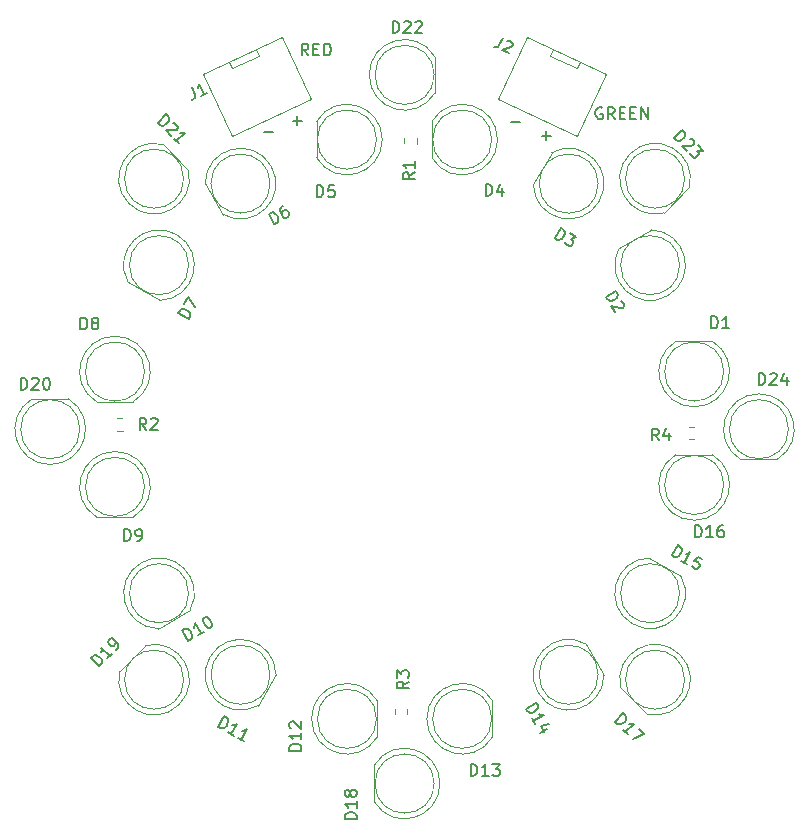
<source format=gto>
G04 #@! TF.GenerationSoftware,KiCad,Pcbnew,(5.1.9)-1*
G04 #@! TF.CreationDate,2021-10-29T13:55:56-03:00*
G04 #@! TF.ProjectId,RG_Led_ring,52475f4c-6564-45f7-9269-6e672e6b6963,rev?*
G04 #@! TF.SameCoordinates,Original*
G04 #@! TF.FileFunction,Legend,Top*
G04 #@! TF.FilePolarity,Positive*
%FSLAX46Y46*%
G04 Gerber Fmt 4.6, Leading zero omitted, Abs format (unit mm)*
G04 Created by KiCad (PCBNEW (5.1.9)-1) date 2021-10-29 13:55:56*
%MOMM*%
%LPD*%
G01*
G04 APERTURE LIST*
%ADD10C,0.150000*%
%ADD11C,0.120000*%
%ADD12O,2.900000X2.200000*%
%ADD13C,2.200000*%
%ADD14O,2.200000X2.900000*%
G04 APERTURE END LIST*
D10*
X161619047Y-75171428D02*
X162380952Y-75171428D01*
X162000000Y-75552380D02*
X162000000Y-74790476D01*
X159019047Y-73971428D02*
X159780952Y-73971428D01*
X141857142Y-68352380D02*
X141523809Y-67876190D01*
X141285714Y-68352380D02*
X141285714Y-67352380D01*
X141666666Y-67352380D01*
X141761904Y-67400000D01*
X141809523Y-67447619D01*
X141857142Y-67542857D01*
X141857142Y-67685714D01*
X141809523Y-67780952D01*
X141761904Y-67828571D01*
X141666666Y-67876190D01*
X141285714Y-67876190D01*
X142285714Y-67828571D02*
X142619047Y-67828571D01*
X142761904Y-68352380D02*
X142285714Y-68352380D01*
X142285714Y-67352380D01*
X142761904Y-67352380D01*
X143190476Y-68352380D02*
X143190476Y-67352380D01*
X143428571Y-67352380D01*
X143571428Y-67400000D01*
X143666666Y-67495238D01*
X143714285Y-67590476D01*
X143761904Y-67780952D01*
X143761904Y-67923809D01*
X143714285Y-68114285D01*
X143666666Y-68209523D01*
X143571428Y-68304761D01*
X143428571Y-68352380D01*
X143190476Y-68352380D01*
X166733333Y-72800000D02*
X166638095Y-72752380D01*
X166495238Y-72752380D01*
X166352380Y-72800000D01*
X166257142Y-72895238D01*
X166209523Y-72990476D01*
X166161904Y-73180952D01*
X166161904Y-73323809D01*
X166209523Y-73514285D01*
X166257142Y-73609523D01*
X166352380Y-73704761D01*
X166495238Y-73752380D01*
X166590476Y-73752380D01*
X166733333Y-73704761D01*
X166780952Y-73657142D01*
X166780952Y-73323809D01*
X166590476Y-73323809D01*
X167780952Y-73752380D02*
X167447619Y-73276190D01*
X167209523Y-73752380D02*
X167209523Y-72752380D01*
X167590476Y-72752380D01*
X167685714Y-72800000D01*
X167733333Y-72847619D01*
X167780952Y-72942857D01*
X167780952Y-73085714D01*
X167733333Y-73180952D01*
X167685714Y-73228571D01*
X167590476Y-73276190D01*
X167209523Y-73276190D01*
X168209523Y-73228571D02*
X168542857Y-73228571D01*
X168685714Y-73752380D02*
X168209523Y-73752380D01*
X168209523Y-72752380D01*
X168685714Y-72752380D01*
X169114285Y-73228571D02*
X169447619Y-73228571D01*
X169590476Y-73752380D02*
X169114285Y-73752380D01*
X169114285Y-72752380D01*
X169590476Y-72752380D01*
X170019047Y-73752380D02*
X170019047Y-72752380D01*
X170590476Y-73752380D01*
X170590476Y-72752380D01*
X138119047Y-74871428D02*
X138880952Y-74871428D01*
X140519047Y-73871428D02*
X141280952Y-73871428D01*
X140900000Y-74252380D02*
X140900000Y-73490476D01*
D11*
X149977500Y-75362742D02*
X149977500Y-75837258D01*
X151022500Y-75362742D02*
X151022500Y-75837258D01*
X127980000Y-95120000D02*
G75*
G03*
X127980000Y-95120000I-2500000J0D01*
G01*
X123935000Y-97680000D02*
X127025000Y-97680000D01*
X125480462Y-92130000D02*
G75*
G03*
X123935170Y-97680000I-462J-2990000D01*
G01*
X125479538Y-92130000D02*
G75*
G02*
X127024830Y-97680000I462J-2990000D01*
G01*
X174537258Y-99777500D02*
X174062742Y-99777500D01*
X174537258Y-100822500D02*
X174062742Y-100822500D01*
X150222500Y-124137258D02*
X150222500Y-123662742D01*
X149177500Y-124137258D02*
X149177500Y-123662742D01*
X125662742Y-100122500D02*
X126137258Y-100122500D01*
X125662742Y-99077500D02*
X126137258Y-99077500D01*
X162288571Y-68377236D02*
X162542142Y-67833452D01*
X164590593Y-69450687D02*
X162288571Y-68377236D01*
X164590593Y-69450687D02*
X164844164Y-68906902D01*
X157909759Y-72017759D02*
X164616437Y-75145134D01*
X160339814Y-66806489D02*
X157909759Y-72017759D01*
X167046492Y-69933864D02*
X160339814Y-66806489D01*
X164616437Y-75145134D02*
X167046492Y-69933864D01*
X135409407Y-69450687D02*
X135155836Y-68906902D01*
X137711429Y-68377236D02*
X135409407Y-69450687D01*
X137711429Y-68377236D02*
X137457858Y-67833452D01*
X135383563Y-75145134D02*
X142090241Y-72017759D01*
X132953508Y-69933864D02*
X135383563Y-75145134D01*
X139660186Y-66806489D02*
X132953508Y-69933864D01*
X142090241Y-72017759D02*
X139660186Y-66806489D01*
X182500000Y-100000000D02*
G75*
G03*
X182500000Y-100000000I-2500000J0D01*
G01*
X178455000Y-102560000D02*
X181545000Y-102560000D01*
X180000462Y-97010000D02*
G75*
G03*
X178455170Y-102560000I-462J-2990000D01*
G01*
X179999538Y-97010000D02*
G75*
G02*
X181544830Y-102560000I462J-2990000D01*
G01*
X173710000Y-78790000D02*
G75*
G03*
X173710000Y-78790000I-2500000J0D01*
G01*
X171927713Y-81692673D02*
X174112673Y-79507713D01*
X169096077Y-76675425D02*
G75*
G03*
X171927834Y-81692553I2113923J-2114575D01*
G01*
X169095425Y-76676077D02*
G75*
G02*
X174112553Y-79507834I2114575J-2113923D01*
G01*
X152500000Y-70000000D02*
G75*
G03*
X152500000Y-70000000I-2500000J0D01*
G01*
X152560000Y-71545000D02*
X152560000Y-68455000D01*
X147010000Y-69999538D02*
G75*
G03*
X152560000Y-71544830I2990000J-462D01*
G01*
X147010000Y-70000462D02*
G75*
G02*
X152560000Y-68455170I2990000J462D01*
G01*
X131290000Y-78790000D02*
G75*
G03*
X131290000Y-78790000I-2500000J0D01*
G01*
X131692673Y-78072287D02*
X129507713Y-75887327D01*
X126675425Y-80903923D02*
G75*
G03*
X131692553Y-78072166I2114575J2113923D01*
G01*
X126676077Y-80904575D02*
G75*
G02*
X129507834Y-75887447I2113923J2114575D01*
G01*
X122500000Y-100000000D02*
G75*
G03*
X122500000Y-100000000I-2500000J0D01*
G01*
X121545000Y-97440000D02*
X118455000Y-97440000D01*
X119999538Y-102990000D02*
G75*
G03*
X121544830Y-97440000I462J2990000D01*
G01*
X120000462Y-102990000D02*
G75*
G02*
X118455170Y-97440000I-462J2990000D01*
G01*
X131290000Y-121210000D02*
G75*
G03*
X131290000Y-121210000I-2500000J0D01*
G01*
X128072287Y-118307327D02*
X125887327Y-120492287D01*
X130903923Y-123324575D02*
G75*
G03*
X128072166Y-118307447I-2113923J2114575D01*
G01*
X130904575Y-123323923D02*
G75*
G02*
X125887447Y-120492166I-2114575J2113923D01*
G01*
X152500000Y-130000000D02*
G75*
G03*
X152500000Y-130000000I-2500000J0D01*
G01*
X147440000Y-128455000D02*
X147440000Y-131545000D01*
X152990000Y-130000462D02*
G75*
G03*
X147440000Y-128455170I-2990000J462D01*
G01*
X152990000Y-129999538D02*
G75*
G02*
X147440000Y-131544830I-2990000J-462D01*
G01*
X173710000Y-121210000D02*
G75*
G03*
X173710000Y-121210000I-2500000J0D01*
G01*
X168307327Y-121927713D02*
X170492287Y-124112673D01*
X173324575Y-119096077D02*
G75*
G03*
X168307447Y-121927834I-2114575J-2113923D01*
G01*
X173323923Y-119095425D02*
G75*
G02*
X170492166Y-124112553I-2113923J-2114575D01*
G01*
X177020000Y-104720000D02*
G75*
G03*
X177020000Y-104720000I-2500000J0D01*
G01*
X176065000Y-102160000D02*
X172975000Y-102160000D01*
X174519538Y-107710000D02*
G75*
G03*
X176064830Y-102160000I462J2990000D01*
G01*
X174520462Y-107710000D02*
G75*
G02*
X172975170Y-102160000I-462J2990000D01*
G01*
X173290000Y-113890000D02*
G75*
G03*
X173290000Y-113890000I-2500000J0D01*
G01*
X173408009Y-112445475D02*
X170731991Y-110900475D01*
X169294600Y-116479185D02*
G75*
G03*
X173407862Y-112445390I1495400J2589185D01*
G01*
X169295400Y-116479647D02*
G75*
G02*
X170732138Y-110900560I1494600J2589647D01*
G01*
X166390000Y-120790000D02*
G75*
G03*
X166390000Y-120790000I-2500000J0D01*
G01*
X166879525Y-120848009D02*
X165334525Y-118171991D01*
X161300353Y-122284600D02*
G75*
G03*
X166879440Y-120847862I2589647J1494600D01*
G01*
X161300815Y-122285400D02*
G75*
G02*
X165334610Y-118172138I2589185J1495400D01*
G01*
X157380000Y-124520000D02*
G75*
G03*
X157380000Y-124520000I-2500000J0D01*
G01*
X157440000Y-126065000D02*
X157440000Y-122975000D01*
X151890000Y-124519538D02*
G75*
G03*
X157440000Y-126064830I2990000J-462D01*
G01*
X151890000Y-124520462D02*
G75*
G02*
X157440000Y-122975170I2990000J462D01*
G01*
X147620000Y-124520000D02*
G75*
G03*
X147620000Y-124520000I-2500000J0D01*
G01*
X147680000Y-126065000D02*
X147680000Y-122975000D01*
X142130000Y-124519538D02*
G75*
G03*
X147680000Y-126064830I2990000J-462D01*
G01*
X142130000Y-124520462D02*
G75*
G02*
X147680000Y-122975170I2990000J462D01*
G01*
X138610000Y-120790000D02*
G75*
G03*
X138610000Y-120790000I-2500000J0D01*
G01*
X137554525Y-123408009D02*
X139099525Y-120731991D01*
X133520815Y-119294600D02*
G75*
G03*
X137554610Y-123407862I2589185J-1495400D01*
G01*
X133520353Y-119295400D02*
G75*
G02*
X139099440Y-120732138I2589647J-1494600D01*
G01*
X131710000Y-113890000D02*
G75*
G03*
X131710000Y-113890000I-2500000J0D01*
G01*
X129151991Y-116879525D02*
X131828009Y-115334525D01*
X127715400Y-111300353D02*
G75*
G03*
X129152138Y-116879440I1494600J-2589647D01*
G01*
X127714600Y-111300815D02*
G75*
G02*
X131827862Y-115334610I1495400J-2589185D01*
G01*
X127980000Y-104880000D02*
G75*
G03*
X127980000Y-104880000I-2500000J0D01*
G01*
X123935000Y-107440000D02*
X127025000Y-107440000D01*
X125480462Y-101890000D02*
G75*
G03*
X123935170Y-107440000I-462J-2990000D01*
G01*
X125479538Y-101890000D02*
G75*
G02*
X127024830Y-107440000I462J-2990000D01*
G01*
X131710000Y-86110000D02*
G75*
G03*
X131710000Y-86110000I-2500000J0D01*
G01*
X126591991Y-87554525D02*
X129268009Y-89099525D01*
X130705400Y-83520815D02*
G75*
G03*
X126592138Y-87554610I-1495400J-2589185D01*
G01*
X130704600Y-83520353D02*
G75*
G02*
X129267862Y-89099440I-1494600J-2589647D01*
G01*
X138610000Y-79210000D02*
G75*
G03*
X138610000Y-79210000I-2500000J0D01*
G01*
X133120475Y-79151991D02*
X134665475Y-81828009D01*
X138699647Y-77715400D02*
G75*
G03*
X133120560Y-79152138I-2589647J-1494600D01*
G01*
X138699185Y-77714600D02*
G75*
G02*
X134665390Y-81827862I-2589185J-1495400D01*
G01*
X147620000Y-75480000D02*
G75*
G03*
X147620000Y-75480000I-2500000J0D01*
G01*
X142560000Y-73935000D02*
X142560000Y-77025000D01*
X148110000Y-75480462D02*
G75*
G03*
X142560000Y-73935170I-2990000J462D01*
G01*
X148110000Y-75479538D02*
G75*
G02*
X142560000Y-77024830I-2990000J-462D01*
G01*
X157380000Y-75480000D02*
G75*
G03*
X157380000Y-75480000I-2500000J0D01*
G01*
X152320000Y-73935000D02*
X152320000Y-77025000D01*
X157870000Y-75480462D02*
G75*
G03*
X152320000Y-73935170I-2990000J462D01*
G01*
X157870000Y-75479538D02*
G75*
G02*
X152320000Y-77024830I-2990000J-462D01*
G01*
X166390000Y-79210000D02*
G75*
G03*
X166390000Y-79210000I-2500000J0D01*
G01*
X162445475Y-76591991D02*
X160900475Y-79268009D01*
X166479185Y-80705400D02*
G75*
G03*
X162445390Y-76592138I-2589185J1495400D01*
G01*
X166479647Y-80704600D02*
G75*
G02*
X160900560Y-79267862I-2589647J1494600D01*
G01*
X173290000Y-86110000D02*
G75*
G03*
X173290000Y-86110000I-2500000J0D01*
G01*
X170848009Y-83120475D02*
X168171991Y-84665475D01*
X172284600Y-88699647D02*
G75*
G03*
X170847862Y-83120560I-1494600J2589647D01*
G01*
X172285400Y-88699185D02*
G75*
G02*
X168172138Y-84665390I-1495400J2589185D01*
G01*
X177020000Y-95120000D02*
G75*
G03*
X177020000Y-95120000I-2500000J0D01*
G01*
X176065000Y-92560000D02*
X172975000Y-92560000D01*
X174519538Y-98110000D02*
G75*
G03*
X176064830Y-92560000I462J2990000D01*
G01*
X174520462Y-98110000D02*
G75*
G02*
X172975170Y-92560000I-462J2990000D01*
G01*
D10*
X150852380Y-78266666D02*
X150376190Y-78600000D01*
X150852380Y-78838095D02*
X149852380Y-78838095D01*
X149852380Y-78457142D01*
X149900000Y-78361904D01*
X149947619Y-78314285D01*
X150042857Y-78266666D01*
X150185714Y-78266666D01*
X150280952Y-78314285D01*
X150328571Y-78361904D01*
X150376190Y-78457142D01*
X150376190Y-78838095D01*
X150852380Y-77314285D02*
X150852380Y-77885714D01*
X150852380Y-77600000D02*
X149852380Y-77600000D01*
X149995238Y-77695238D01*
X150090476Y-77790476D01*
X150138095Y-77885714D01*
X122561904Y-91552380D02*
X122561904Y-90552380D01*
X122800000Y-90552380D01*
X122942857Y-90600000D01*
X123038095Y-90695238D01*
X123085714Y-90790476D01*
X123133333Y-90980952D01*
X123133333Y-91123809D01*
X123085714Y-91314285D01*
X123038095Y-91409523D01*
X122942857Y-91504761D01*
X122800000Y-91552380D01*
X122561904Y-91552380D01*
X123704761Y-90980952D02*
X123609523Y-90933333D01*
X123561904Y-90885714D01*
X123514285Y-90790476D01*
X123514285Y-90742857D01*
X123561904Y-90647619D01*
X123609523Y-90600000D01*
X123704761Y-90552380D01*
X123895238Y-90552380D01*
X123990476Y-90600000D01*
X124038095Y-90647619D01*
X124085714Y-90742857D01*
X124085714Y-90790476D01*
X124038095Y-90885714D01*
X123990476Y-90933333D01*
X123895238Y-90980952D01*
X123704761Y-90980952D01*
X123609523Y-91028571D01*
X123561904Y-91076190D01*
X123514285Y-91171428D01*
X123514285Y-91361904D01*
X123561904Y-91457142D01*
X123609523Y-91504761D01*
X123704761Y-91552380D01*
X123895238Y-91552380D01*
X123990476Y-91504761D01*
X124038095Y-91457142D01*
X124085714Y-91361904D01*
X124085714Y-91171428D01*
X124038095Y-91076190D01*
X123990476Y-91028571D01*
X123895238Y-90980952D01*
X171533333Y-100952380D02*
X171200000Y-100476190D01*
X170961904Y-100952380D02*
X170961904Y-99952380D01*
X171342857Y-99952380D01*
X171438095Y-100000000D01*
X171485714Y-100047619D01*
X171533333Y-100142857D01*
X171533333Y-100285714D01*
X171485714Y-100380952D01*
X171438095Y-100428571D01*
X171342857Y-100476190D01*
X170961904Y-100476190D01*
X172390476Y-100285714D02*
X172390476Y-100952380D01*
X172152380Y-99904761D02*
X171914285Y-100619047D01*
X172533333Y-100619047D01*
X150352380Y-121366666D02*
X149876190Y-121700000D01*
X150352380Y-121938095D02*
X149352380Y-121938095D01*
X149352380Y-121557142D01*
X149400000Y-121461904D01*
X149447619Y-121414285D01*
X149542857Y-121366666D01*
X149685714Y-121366666D01*
X149780952Y-121414285D01*
X149828571Y-121461904D01*
X149876190Y-121557142D01*
X149876190Y-121938095D01*
X149352380Y-121033333D02*
X149352380Y-120414285D01*
X149733333Y-120747619D01*
X149733333Y-120604761D01*
X149780952Y-120509523D01*
X149828571Y-120461904D01*
X149923809Y-120414285D01*
X150161904Y-120414285D01*
X150257142Y-120461904D01*
X150304761Y-120509523D01*
X150352380Y-120604761D01*
X150352380Y-120890476D01*
X150304761Y-120985714D01*
X150257142Y-121033333D01*
X128133333Y-100052380D02*
X127800000Y-99576190D01*
X127561904Y-100052380D02*
X127561904Y-99052380D01*
X127942857Y-99052380D01*
X128038095Y-99100000D01*
X128085714Y-99147619D01*
X128133333Y-99242857D01*
X128133333Y-99385714D01*
X128085714Y-99480952D01*
X128038095Y-99528571D01*
X127942857Y-99576190D01*
X127561904Y-99576190D01*
X128514285Y-99147619D02*
X128561904Y-99100000D01*
X128657142Y-99052380D01*
X128895238Y-99052380D01*
X128990476Y-99100000D01*
X129038095Y-99147619D01*
X129085714Y-99242857D01*
X129085714Y-99338095D01*
X129038095Y-99480952D01*
X128466666Y-100052380D01*
X129085714Y-100052380D01*
X158329331Y-66862815D02*
X158027461Y-67510178D01*
X157923929Y-67619526D01*
X157797365Y-67665592D01*
X157647767Y-67648375D01*
X157561452Y-67608126D01*
X158677499Y-67130252D02*
X158740781Y-67107220D01*
X158847221Y-67104311D01*
X159063008Y-67204935D01*
X159129199Y-67288342D01*
X159152232Y-67351624D01*
X159155140Y-67458064D01*
X159114890Y-67544379D01*
X159011359Y-67653727D01*
X158251973Y-67930121D01*
X158813020Y-68191741D01*
X131966463Y-71044561D02*
X132268333Y-71691924D01*
X132285550Y-71841521D01*
X132239484Y-71968085D01*
X132130136Y-72071617D01*
X132043821Y-72111866D01*
X133295389Y-71528250D02*
X132777499Y-71769747D01*
X133036444Y-71648998D02*
X132613826Y-70742691D01*
X132587885Y-70912413D01*
X132541819Y-71038977D01*
X132475629Y-71122384D01*
X179985714Y-96252380D02*
X179985714Y-95252380D01*
X180223809Y-95252380D01*
X180366666Y-95300000D01*
X180461904Y-95395238D01*
X180509523Y-95490476D01*
X180557142Y-95680952D01*
X180557142Y-95823809D01*
X180509523Y-96014285D01*
X180461904Y-96109523D01*
X180366666Y-96204761D01*
X180223809Y-96252380D01*
X179985714Y-96252380D01*
X180938095Y-95347619D02*
X180985714Y-95300000D01*
X181080952Y-95252380D01*
X181319047Y-95252380D01*
X181414285Y-95300000D01*
X181461904Y-95347619D01*
X181509523Y-95442857D01*
X181509523Y-95538095D01*
X181461904Y-95680952D01*
X180890476Y-96252380D01*
X181509523Y-96252380D01*
X182366666Y-95585714D02*
X182366666Y-96252380D01*
X182128571Y-95204761D02*
X181890476Y-95919047D01*
X182509523Y-95919047D01*
X172821488Y-75361250D02*
X173528595Y-74654144D01*
X173696954Y-74822502D01*
X173764297Y-74957189D01*
X173764297Y-75091876D01*
X173730625Y-75192892D01*
X173629610Y-75361250D01*
X173528595Y-75462266D01*
X173360236Y-75563281D01*
X173259221Y-75596953D01*
X173124534Y-75596953D01*
X172989847Y-75529609D01*
X172821488Y-75361250D01*
X174134687Y-75394922D02*
X174202030Y-75394922D01*
X174303045Y-75428594D01*
X174471404Y-75596953D01*
X174505076Y-75697968D01*
X174505076Y-75765311D01*
X174471404Y-75866327D01*
X174404061Y-75933670D01*
X174269374Y-76001014D01*
X173461251Y-76001014D01*
X173898984Y-76438747D01*
X174841793Y-75967342D02*
X175279526Y-76405075D01*
X174774450Y-76438747D01*
X174875465Y-76539762D01*
X174909137Y-76640777D01*
X174909137Y-76708121D01*
X174875465Y-76809136D01*
X174707106Y-76977495D01*
X174606091Y-77011166D01*
X174538748Y-77011166D01*
X174437732Y-76977495D01*
X174235702Y-76775464D01*
X174202030Y-76674449D01*
X174202030Y-76607105D01*
X148985714Y-66452380D02*
X148985714Y-65452380D01*
X149223809Y-65452380D01*
X149366666Y-65500000D01*
X149461904Y-65595238D01*
X149509523Y-65690476D01*
X149557142Y-65880952D01*
X149557142Y-66023809D01*
X149509523Y-66214285D01*
X149461904Y-66309523D01*
X149366666Y-66404761D01*
X149223809Y-66452380D01*
X148985714Y-66452380D01*
X149938095Y-65547619D02*
X149985714Y-65500000D01*
X150080952Y-65452380D01*
X150319047Y-65452380D01*
X150414285Y-65500000D01*
X150461904Y-65547619D01*
X150509523Y-65642857D01*
X150509523Y-65738095D01*
X150461904Y-65880952D01*
X149890476Y-66452380D01*
X150509523Y-66452380D01*
X150890476Y-65547619D02*
X150938095Y-65500000D01*
X151033333Y-65452380D01*
X151271428Y-65452380D01*
X151366666Y-65500000D01*
X151414285Y-65547619D01*
X151461904Y-65642857D01*
X151461904Y-65738095D01*
X151414285Y-65880952D01*
X150842857Y-66452380D01*
X151461904Y-66452380D01*
X129121488Y-74061251D02*
X129828595Y-73354145D01*
X129996954Y-73522503D01*
X130064297Y-73657190D01*
X130064297Y-73791877D01*
X130030625Y-73892893D01*
X129929610Y-74061251D01*
X129828595Y-74162267D01*
X129660236Y-74263282D01*
X129559221Y-74296954D01*
X129424534Y-74296954D01*
X129289847Y-74229610D01*
X129121488Y-74061251D01*
X130434687Y-74094923D02*
X130502030Y-74094923D01*
X130603045Y-74128595D01*
X130771404Y-74296954D01*
X130805076Y-74397969D01*
X130805076Y-74465312D01*
X130771404Y-74566328D01*
X130704061Y-74633671D01*
X130569374Y-74701015D01*
X129761251Y-74701015D01*
X130198984Y-75138748D01*
X130872419Y-75812183D02*
X130468358Y-75408122D01*
X130670389Y-75610152D02*
X131377496Y-74903045D01*
X131209137Y-74936717D01*
X131074450Y-74936717D01*
X130973435Y-74903045D01*
X117485714Y-96652380D02*
X117485714Y-95652380D01*
X117723809Y-95652380D01*
X117866666Y-95700000D01*
X117961904Y-95795238D01*
X118009523Y-95890476D01*
X118057142Y-96080952D01*
X118057142Y-96223809D01*
X118009523Y-96414285D01*
X117961904Y-96509523D01*
X117866666Y-96604761D01*
X117723809Y-96652380D01*
X117485714Y-96652380D01*
X118438095Y-95747619D02*
X118485714Y-95700000D01*
X118580952Y-95652380D01*
X118819047Y-95652380D01*
X118914285Y-95700000D01*
X118961904Y-95747619D01*
X119009523Y-95842857D01*
X119009523Y-95938095D01*
X118961904Y-96080952D01*
X118390476Y-96652380D01*
X119009523Y-96652380D01*
X119628571Y-95652380D02*
X119723809Y-95652380D01*
X119819047Y-95700000D01*
X119866666Y-95747619D01*
X119914285Y-95842857D01*
X119961904Y-96033333D01*
X119961904Y-96271428D01*
X119914285Y-96461904D01*
X119866666Y-96557142D01*
X119819047Y-96604761D01*
X119723809Y-96652380D01*
X119628571Y-96652380D01*
X119533333Y-96604761D01*
X119485714Y-96557142D01*
X119438095Y-96461904D01*
X119390476Y-96271428D01*
X119390476Y-96033333D01*
X119438095Y-95842857D01*
X119485714Y-95747619D01*
X119533333Y-95700000D01*
X119628571Y-95652380D01*
X124161251Y-120078511D02*
X123454145Y-119371404D01*
X123622503Y-119203045D01*
X123757190Y-119135702D01*
X123891877Y-119135702D01*
X123992893Y-119169374D01*
X124161251Y-119270389D01*
X124262267Y-119371404D01*
X124363282Y-119539763D01*
X124396954Y-119640778D01*
X124396954Y-119775465D01*
X124329610Y-119910152D01*
X124161251Y-120078511D01*
X125238748Y-119001015D02*
X124834687Y-119405076D01*
X125036717Y-119203045D02*
X124329610Y-118495938D01*
X124363282Y-118664297D01*
X124363282Y-118798984D01*
X124329610Y-118900000D01*
X125575465Y-118664297D02*
X125710152Y-118529610D01*
X125743824Y-118428595D01*
X125743824Y-118361251D01*
X125710152Y-118192893D01*
X125609137Y-118024534D01*
X125339763Y-117755160D01*
X125238748Y-117721488D01*
X125171404Y-117721488D01*
X125070389Y-117755160D01*
X124935702Y-117889847D01*
X124902030Y-117990862D01*
X124902030Y-118058206D01*
X124935702Y-118159221D01*
X125104061Y-118327580D01*
X125205076Y-118361251D01*
X125272419Y-118361251D01*
X125373435Y-118327580D01*
X125508122Y-118192893D01*
X125541793Y-118091877D01*
X125541793Y-118024534D01*
X125508122Y-117923519D01*
X145952380Y-133014285D02*
X144952380Y-133014285D01*
X144952380Y-132776190D01*
X145000000Y-132633333D01*
X145095238Y-132538095D01*
X145190476Y-132490476D01*
X145380952Y-132442857D01*
X145523809Y-132442857D01*
X145714285Y-132490476D01*
X145809523Y-132538095D01*
X145904761Y-132633333D01*
X145952380Y-132776190D01*
X145952380Y-133014285D01*
X145952380Y-131490476D02*
X145952380Y-132061904D01*
X145952380Y-131776190D02*
X144952380Y-131776190D01*
X145095238Y-131871428D01*
X145190476Y-131966666D01*
X145238095Y-132061904D01*
X145380952Y-130919047D02*
X145333333Y-131014285D01*
X145285714Y-131061904D01*
X145190476Y-131109523D01*
X145142857Y-131109523D01*
X145047619Y-131061904D01*
X145000000Y-131014285D01*
X144952380Y-130919047D01*
X144952380Y-130728571D01*
X145000000Y-130633333D01*
X145047619Y-130585714D01*
X145142857Y-130538095D01*
X145190476Y-130538095D01*
X145285714Y-130585714D01*
X145333333Y-130633333D01*
X145380952Y-130728571D01*
X145380952Y-130919047D01*
X145428571Y-131014285D01*
X145476190Y-131061904D01*
X145571428Y-131109523D01*
X145761904Y-131109523D01*
X145857142Y-131061904D01*
X145904761Y-131014285D01*
X145952380Y-130919047D01*
X145952380Y-130728571D01*
X145904761Y-130633333D01*
X145857142Y-130585714D01*
X145761904Y-130538095D01*
X145571428Y-130538095D01*
X145476190Y-130585714D01*
X145428571Y-130633333D01*
X145380952Y-130728571D01*
X167821488Y-124761251D02*
X168528595Y-124054145D01*
X168696954Y-124222503D01*
X168764297Y-124357190D01*
X168764297Y-124491877D01*
X168730625Y-124592893D01*
X168629610Y-124761251D01*
X168528595Y-124862267D01*
X168360236Y-124963282D01*
X168259221Y-124996954D01*
X168124534Y-124996954D01*
X167989847Y-124929610D01*
X167821488Y-124761251D01*
X168898984Y-125838748D02*
X168494923Y-125434687D01*
X168696954Y-125636717D02*
X169404061Y-124929610D01*
X169235702Y-124963282D01*
X169101015Y-124963282D01*
X169000000Y-124929610D01*
X169841793Y-125367343D02*
X170313198Y-125838748D01*
X169303045Y-126242809D01*
X174585714Y-109152380D02*
X174585714Y-108152380D01*
X174823809Y-108152380D01*
X174966666Y-108200000D01*
X175061904Y-108295238D01*
X175109523Y-108390476D01*
X175157142Y-108580952D01*
X175157142Y-108723809D01*
X175109523Y-108914285D01*
X175061904Y-109009523D01*
X174966666Y-109104761D01*
X174823809Y-109152380D01*
X174585714Y-109152380D01*
X176109523Y-109152380D02*
X175538095Y-109152380D01*
X175823809Y-109152380D02*
X175823809Y-108152380D01*
X175728571Y-108295238D01*
X175633333Y-108390476D01*
X175538095Y-108438095D01*
X176966666Y-108152380D02*
X176776190Y-108152380D01*
X176680952Y-108200000D01*
X176633333Y-108247619D01*
X176538095Y-108390476D01*
X176490476Y-108580952D01*
X176490476Y-108961904D01*
X176538095Y-109057142D01*
X176585714Y-109104761D01*
X176680952Y-109152380D01*
X176871428Y-109152380D01*
X176966666Y-109104761D01*
X177014285Y-109057142D01*
X177061904Y-108961904D01*
X177061904Y-108723809D01*
X177014285Y-108628571D01*
X176966666Y-108580952D01*
X176871428Y-108533333D01*
X176680952Y-108533333D01*
X176585714Y-108580952D01*
X176538095Y-108628571D01*
X176490476Y-108723809D01*
X172622207Y-110684630D02*
X173122207Y-109818605D01*
X173328403Y-109937652D01*
X173428312Y-110050320D01*
X173463171Y-110180418D01*
X173456791Y-110286706D01*
X173402793Y-110475473D01*
X173331364Y-110599191D01*
X173194887Y-110740338D01*
X173106028Y-110799007D01*
X172975931Y-110833867D01*
X172828403Y-110803678D01*
X172622207Y-110684630D01*
X173941865Y-111446535D02*
X173446993Y-111160821D01*
X173694429Y-111303678D02*
X174194429Y-110437652D01*
X174040521Y-110513751D01*
X173910424Y-110548611D01*
X173804136Y-110542231D01*
X175225411Y-111032890D02*
X174813018Y-110794795D01*
X174533684Y-111183379D01*
X174598733Y-111165949D01*
X174705021Y-111172329D01*
X174911217Y-111291376D01*
X174969886Y-111380235D01*
X174987316Y-111445283D01*
X174980936Y-111551572D01*
X174861889Y-111757768D01*
X174773030Y-111816437D01*
X174707982Y-111833867D01*
X174601693Y-111827487D01*
X174395497Y-111708440D01*
X174336828Y-111619581D01*
X174319398Y-111554532D01*
X160281083Y-123654588D02*
X161147109Y-123154588D01*
X161266156Y-123360784D01*
X161296346Y-123508312D01*
X161261486Y-123638409D01*
X161202817Y-123727268D01*
X161061669Y-123863745D01*
X160937951Y-123935174D01*
X160749185Y-123989172D01*
X160642896Y-123995552D01*
X160512799Y-123960693D01*
X160400131Y-123860784D01*
X160281083Y-123654588D01*
X161042988Y-124974245D02*
X160757274Y-124479374D01*
X160900131Y-124726810D02*
X161766156Y-124226810D01*
X161594819Y-124215760D01*
X161464722Y-124180900D01*
X161375863Y-124122231D01*
X162048910Y-125383220D02*
X161471559Y-125716553D01*
X162259777Y-124986547D02*
X161522139Y-125137493D01*
X161831663Y-125673604D01*
X155585714Y-129352380D02*
X155585714Y-128352380D01*
X155823809Y-128352380D01*
X155966666Y-128400000D01*
X156061904Y-128495238D01*
X156109523Y-128590476D01*
X156157142Y-128780952D01*
X156157142Y-128923809D01*
X156109523Y-129114285D01*
X156061904Y-129209523D01*
X155966666Y-129304761D01*
X155823809Y-129352380D01*
X155585714Y-129352380D01*
X157109523Y-129352380D02*
X156538095Y-129352380D01*
X156823809Y-129352380D02*
X156823809Y-128352380D01*
X156728571Y-128495238D01*
X156633333Y-128590476D01*
X156538095Y-128638095D01*
X157442857Y-128352380D02*
X158061904Y-128352380D01*
X157728571Y-128733333D01*
X157871428Y-128733333D01*
X157966666Y-128780952D01*
X158014285Y-128828571D01*
X158061904Y-128923809D01*
X158061904Y-129161904D01*
X158014285Y-129257142D01*
X157966666Y-129304761D01*
X157871428Y-129352380D01*
X157585714Y-129352380D01*
X157490476Y-129304761D01*
X157442857Y-129257142D01*
X141252380Y-127214285D02*
X140252380Y-127214285D01*
X140252380Y-126976190D01*
X140300000Y-126833333D01*
X140395238Y-126738095D01*
X140490476Y-126690476D01*
X140680952Y-126642857D01*
X140823809Y-126642857D01*
X141014285Y-126690476D01*
X141109523Y-126738095D01*
X141204761Y-126833333D01*
X141252380Y-126976190D01*
X141252380Y-127214285D01*
X141252380Y-125690476D02*
X141252380Y-126261904D01*
X141252380Y-125976190D02*
X140252380Y-125976190D01*
X140395238Y-126071428D01*
X140490476Y-126166666D01*
X140538095Y-126261904D01*
X140347619Y-125309523D02*
X140300000Y-125261904D01*
X140252380Y-125166666D01*
X140252380Y-124928571D01*
X140300000Y-124833333D01*
X140347619Y-124785714D01*
X140442857Y-124738095D01*
X140538095Y-124738095D01*
X140680952Y-124785714D01*
X141252380Y-125357142D01*
X141252380Y-124738095D01*
X134222207Y-125184630D02*
X134722207Y-124318605D01*
X134928403Y-124437652D01*
X135028312Y-124550320D01*
X135063171Y-124680418D01*
X135056791Y-124786706D01*
X135002793Y-124975473D01*
X134931364Y-125099191D01*
X134794887Y-125240338D01*
X134706028Y-125299007D01*
X134575931Y-125333867D01*
X134428403Y-125303678D01*
X134222207Y-125184630D01*
X135541865Y-125946535D02*
X135046993Y-125660821D01*
X135294429Y-125803678D02*
X135794429Y-124937652D01*
X135640521Y-125013751D01*
X135510424Y-125048611D01*
X135404136Y-125042231D01*
X136366651Y-126422725D02*
X135871779Y-126137011D01*
X136119215Y-126279868D02*
X136619215Y-125413843D01*
X136465308Y-125489942D01*
X136335210Y-125524801D01*
X136228922Y-125518421D01*
X131674588Y-117898915D02*
X131174588Y-117032889D01*
X131380784Y-116913842D01*
X131528312Y-116883652D01*
X131658409Y-116918512D01*
X131747268Y-116977181D01*
X131883745Y-117118329D01*
X131955174Y-117242047D01*
X132009172Y-117430813D01*
X132015552Y-117537102D01*
X131980693Y-117667199D01*
X131880784Y-117779867D01*
X131674588Y-117898915D01*
X132994245Y-117137010D02*
X132499374Y-117422724D01*
X132746810Y-117279867D02*
X132246810Y-116413842D01*
X132235760Y-116585179D01*
X132200900Y-116715276D01*
X132142231Y-116804135D01*
X133030356Y-115961461D02*
X133112835Y-115913842D01*
X133219123Y-115907462D01*
X133284172Y-115924892D01*
X133373030Y-115983561D01*
X133509508Y-116124709D01*
X133628555Y-116330905D01*
X133682554Y-116519672D01*
X133688934Y-116625960D01*
X133671504Y-116691009D01*
X133612835Y-116779867D01*
X133530356Y-116827486D01*
X133424068Y-116833866D01*
X133359019Y-116816436D01*
X133270161Y-116757767D01*
X133133684Y-116616619D01*
X133014636Y-116410423D01*
X132960637Y-116221656D01*
X132954258Y-116115368D01*
X132971687Y-116050319D01*
X133030356Y-115961461D01*
X126261904Y-109452380D02*
X126261904Y-108452380D01*
X126500000Y-108452380D01*
X126642857Y-108500000D01*
X126738095Y-108595238D01*
X126785714Y-108690476D01*
X126833333Y-108880952D01*
X126833333Y-109023809D01*
X126785714Y-109214285D01*
X126738095Y-109309523D01*
X126642857Y-109404761D01*
X126500000Y-109452380D01*
X126261904Y-109452380D01*
X127309523Y-109452380D02*
X127500000Y-109452380D01*
X127595238Y-109404761D01*
X127642857Y-109357142D01*
X127738095Y-109214285D01*
X127785714Y-109023809D01*
X127785714Y-108642857D01*
X127738095Y-108547619D01*
X127690476Y-108500000D01*
X127595238Y-108452380D01*
X127404761Y-108452380D01*
X127309523Y-108500000D01*
X127261904Y-108547619D01*
X127214285Y-108642857D01*
X127214285Y-108880952D01*
X127261904Y-108976190D01*
X127309523Y-109023809D01*
X127404761Y-109071428D01*
X127595238Y-109071428D01*
X127690476Y-109023809D01*
X127738095Y-108976190D01*
X127785714Y-108880952D01*
X131722725Y-90665399D02*
X130856700Y-90165399D01*
X130975747Y-89959203D01*
X131088415Y-89859294D01*
X131218513Y-89824435D01*
X131324801Y-89830814D01*
X131513568Y-89884813D01*
X131637286Y-89956242D01*
X131778434Y-90092719D01*
X131837103Y-90181578D01*
X131871962Y-90311675D01*
X131841773Y-90459203D01*
X131722725Y-90665399D01*
X131309081Y-89381852D02*
X131642414Y-88804502D01*
X132294154Y-89675656D01*
X138986981Y-82660820D02*
X138486981Y-81794794D01*
X138693177Y-81675746D01*
X138840705Y-81645557D01*
X138970802Y-81680417D01*
X139059661Y-81739086D01*
X139196138Y-81880234D01*
X139267567Y-82003951D01*
X139321565Y-82192718D01*
X139327945Y-82299006D01*
X139293086Y-82429104D01*
X139193177Y-82541772D01*
X138986981Y-82660820D01*
X139724160Y-81080508D02*
X139559203Y-81175746D01*
X139500534Y-81264605D01*
X139483104Y-81329654D01*
X139472054Y-81500991D01*
X139526053Y-81689757D01*
X139716529Y-82019672D01*
X139805387Y-82078341D01*
X139870436Y-82095771D01*
X139976724Y-82089391D01*
X140141681Y-81994153D01*
X140200350Y-81905294D01*
X140217780Y-81840246D01*
X140211400Y-81733958D01*
X140092353Y-81527761D01*
X140003494Y-81469092D01*
X139938446Y-81451662D01*
X139832157Y-81458042D01*
X139667200Y-81553280D01*
X139608531Y-81642138D01*
X139591101Y-81707187D01*
X139597481Y-81813475D01*
X142561904Y-80352380D02*
X142561904Y-79352380D01*
X142800000Y-79352380D01*
X142942857Y-79400000D01*
X143038095Y-79495238D01*
X143085714Y-79590476D01*
X143133333Y-79780952D01*
X143133333Y-79923809D01*
X143085714Y-80114285D01*
X143038095Y-80209523D01*
X142942857Y-80304761D01*
X142800000Y-80352380D01*
X142561904Y-80352380D01*
X144038095Y-79352380D02*
X143561904Y-79352380D01*
X143514285Y-79828571D01*
X143561904Y-79780952D01*
X143657142Y-79733333D01*
X143895238Y-79733333D01*
X143990476Y-79780952D01*
X144038095Y-79828571D01*
X144085714Y-79923809D01*
X144085714Y-80161904D01*
X144038095Y-80257142D01*
X143990476Y-80304761D01*
X143895238Y-80352380D01*
X143657142Y-80352380D01*
X143561904Y-80304761D01*
X143514285Y-80257142D01*
X156861904Y-80252380D02*
X156861904Y-79252380D01*
X157100000Y-79252380D01*
X157242857Y-79300000D01*
X157338095Y-79395238D01*
X157385714Y-79490476D01*
X157433333Y-79680952D01*
X157433333Y-79823809D01*
X157385714Y-80014285D01*
X157338095Y-80109523D01*
X157242857Y-80204761D01*
X157100000Y-80252380D01*
X156861904Y-80252380D01*
X158290476Y-79585714D02*
X158290476Y-80252380D01*
X158052380Y-79204761D02*
X157814285Y-79919047D01*
X158433333Y-79919047D01*
X162734600Y-83822726D02*
X163234600Y-82956701D01*
X163440796Y-83075748D01*
X163540705Y-83188416D01*
X163575564Y-83318514D01*
X163569185Y-83424802D01*
X163515186Y-83613569D01*
X163443757Y-83737287D01*
X163307280Y-83878435D01*
X163218421Y-83937104D01*
X163088324Y-83971963D01*
X162940796Y-83941774D01*
X162734600Y-83822726D01*
X164018147Y-83409082D02*
X164554258Y-83718606D01*
X164075106Y-83881853D01*
X164198824Y-83953282D01*
X164257493Y-84042140D01*
X164274923Y-84107189D01*
X164268543Y-84213477D01*
X164149496Y-84419674D01*
X164060637Y-84478343D01*
X163995588Y-84495773D01*
X163889300Y-84489393D01*
X163641865Y-84346536D01*
X163583195Y-84257677D01*
X163565766Y-84192629D01*
X167039178Y-88786981D02*
X167905204Y-88286981D01*
X168024252Y-88493177D01*
X168054441Y-88640705D01*
X168019581Y-88770802D01*
X167960912Y-88859661D01*
X167819764Y-88996138D01*
X167696047Y-89067567D01*
X167507280Y-89121565D01*
X167400992Y-89127945D01*
X167270894Y-89093086D01*
X167158226Y-88993177D01*
X167039178Y-88786981D01*
X168298916Y-89159386D02*
X168363965Y-89176816D01*
X168452823Y-89235485D01*
X168571871Y-89441681D01*
X168578250Y-89547969D01*
X168560821Y-89613018D01*
X168502151Y-89701877D01*
X168419673Y-89749496D01*
X168272145Y-89779685D01*
X167491559Y-89570528D01*
X167801083Y-90106639D01*
X175961904Y-91452380D02*
X175961904Y-90452380D01*
X176200000Y-90452380D01*
X176342857Y-90500000D01*
X176438095Y-90595238D01*
X176485714Y-90690476D01*
X176533333Y-90880952D01*
X176533333Y-91023809D01*
X176485714Y-91214285D01*
X176438095Y-91309523D01*
X176342857Y-91404761D01*
X176200000Y-91452380D01*
X175961904Y-91452380D01*
X177485714Y-91452380D02*
X176914285Y-91452380D01*
X177200000Y-91452380D02*
X177200000Y-90452380D01*
X177104761Y-90595238D01*
X177009523Y-90690476D01*
X176914285Y-90738095D01*
%LPC*%
G36*
G01*
X150125000Y-75825000D02*
X150875000Y-75825000D01*
G75*
G02*
X151175000Y-76125000I0J-300000D01*
G01*
X151175000Y-76725000D01*
G75*
G02*
X150875000Y-77025000I-300000J0D01*
G01*
X150125000Y-77025000D01*
G75*
G02*
X149825000Y-76725000I0J300000D01*
G01*
X149825000Y-76125000D01*
G75*
G02*
X150125000Y-75825000I300000J0D01*
G01*
G37*
G36*
G01*
X150125000Y-74175000D02*
X150875000Y-74175000D01*
G75*
G02*
X151175000Y-74475000I0J-300000D01*
G01*
X151175000Y-75075000D01*
G75*
G02*
X150875000Y-75375000I-300000J0D01*
G01*
X150125000Y-75375000D01*
G75*
G02*
X149825000Y-75075000I0J300000D01*
G01*
X149825000Y-74475000D01*
G75*
G02*
X150125000Y-74175000I300000J0D01*
G01*
G37*
D12*
X125480000Y-93850000D03*
X125480000Y-96390000D03*
G36*
G01*
X174075000Y-99925000D02*
X174075000Y-100675000D01*
G75*
G02*
X173775000Y-100975000I-300000J0D01*
G01*
X173175000Y-100975000D01*
G75*
G02*
X172875000Y-100675000I0J300000D01*
G01*
X172875000Y-99925000D01*
G75*
G02*
X173175000Y-99625000I300000J0D01*
G01*
X173775000Y-99625000D01*
G75*
G02*
X174075000Y-99925000I0J-300000D01*
G01*
G37*
G36*
G01*
X175725000Y-99925000D02*
X175725000Y-100675000D01*
G75*
G02*
X175425000Y-100975000I-300000J0D01*
G01*
X174825000Y-100975000D01*
G75*
G02*
X174525000Y-100675000I0J300000D01*
G01*
X174525000Y-99925000D01*
G75*
G02*
X174825000Y-99625000I300000J0D01*
G01*
X175425000Y-99625000D01*
G75*
G02*
X175725000Y-99925000I0J-300000D01*
G01*
G37*
G36*
G01*
X150075000Y-123675000D02*
X149325000Y-123675000D01*
G75*
G02*
X149025000Y-123375000I0J300000D01*
G01*
X149025000Y-122775000D01*
G75*
G02*
X149325000Y-122475000I300000J0D01*
G01*
X150075000Y-122475000D01*
G75*
G02*
X150375000Y-122775000I0J-300000D01*
G01*
X150375000Y-123375000D01*
G75*
G02*
X150075000Y-123675000I-300000J0D01*
G01*
G37*
G36*
G01*
X150075000Y-125325000D02*
X149325000Y-125325000D01*
G75*
G02*
X149025000Y-125025000I0J300000D01*
G01*
X149025000Y-124425000D01*
G75*
G02*
X149325000Y-124125000I300000J0D01*
G01*
X150075000Y-124125000D01*
G75*
G02*
X150375000Y-124425000I0J-300000D01*
G01*
X150375000Y-125025000D01*
G75*
G02*
X150075000Y-125325000I-300000J0D01*
G01*
G37*
G36*
G01*
X126125000Y-99975000D02*
X126125000Y-99225000D01*
G75*
G02*
X126425000Y-98925000I300000J0D01*
G01*
X127025000Y-98925000D01*
G75*
G02*
X127325000Y-99225000I0J-300000D01*
G01*
X127325000Y-99975000D01*
G75*
G02*
X127025000Y-100275000I-300000J0D01*
G01*
X126425000Y-100275000D01*
G75*
G02*
X126125000Y-99975000I0J300000D01*
G01*
G37*
G36*
G01*
X124475000Y-99975000D02*
X124475000Y-99225000D01*
G75*
G02*
X124775000Y-98925000I300000J0D01*
G01*
X125375000Y-98925000D01*
G75*
G02*
X125675000Y-99225000I0J-300000D01*
G01*
X125675000Y-99975000D01*
G75*
G02*
X125375000Y-100275000I-300000J0D01*
G01*
X124775000Y-100275000D01*
G75*
G02*
X124475000Y-99975000I0J300000D01*
G01*
G37*
D13*
X161567115Y-69971727D03*
X163832885Y-71028273D03*
X136167115Y-71028273D03*
X138432885Y-69971727D03*
D12*
X180000000Y-98730000D03*
X180000000Y-101270000D03*
G36*
G01*
X171337278Y-78422304D02*
X170842304Y-78917278D01*
G75*
G02*
X169286670Y-78917278I-777817J777817D01*
G01*
X169286670Y-78917278D01*
G75*
G02*
X169286670Y-77361644I777817J777817D01*
G01*
X169781644Y-76866670D01*
G75*
G02*
X171337278Y-76866670I777817J-777817D01*
G01*
X171337278Y-76866670D01*
G75*
G02*
X171337278Y-78422304I-777817J-777817D01*
G01*
G37*
G36*
G01*
X173133330Y-80218356D02*
X172638356Y-80713330D01*
G75*
G02*
X171082722Y-80713330I-777817J777817D01*
G01*
X171082722Y-80713330D01*
G75*
G02*
X171082722Y-79157696I777817J777817D01*
G01*
X171577696Y-78662722D01*
G75*
G02*
X173133330Y-78662722I777817J-777817D01*
G01*
X173133330Y-78662722D01*
G75*
G02*
X173133330Y-80218356I-777817J-777817D01*
G01*
G37*
D14*
X148730000Y-70000000D03*
X151270000Y-70000000D03*
G36*
G01*
X128422304Y-78662722D02*
X128917278Y-79157696D01*
G75*
G02*
X128917278Y-80713330I-777817J-777817D01*
G01*
X128917278Y-80713330D01*
G75*
G02*
X127361644Y-80713330I-777817J777817D01*
G01*
X126866670Y-80218356D01*
G75*
G02*
X126866670Y-78662722I777817J777817D01*
G01*
X126866670Y-78662722D01*
G75*
G02*
X128422304Y-78662722I777817J-777817D01*
G01*
G37*
G36*
G01*
X130218356Y-76866670D02*
X130713330Y-77361644D01*
G75*
G02*
X130713330Y-78917278I-777817J-777817D01*
G01*
X130713330Y-78917278D01*
G75*
G02*
X129157696Y-78917278I-777817J777817D01*
G01*
X128662722Y-78422304D01*
G75*
G02*
X128662722Y-76866670I777817J777817D01*
G01*
X128662722Y-76866670D01*
G75*
G02*
X130218356Y-76866670I777817J-777817D01*
G01*
G37*
D12*
X120000000Y-101270000D03*
X120000000Y-98730000D03*
G36*
G01*
X128662722Y-121577696D02*
X129157696Y-121082722D01*
G75*
G02*
X130713330Y-121082722I777817J-777817D01*
G01*
X130713330Y-121082722D01*
G75*
G02*
X130713330Y-122638356I-777817J-777817D01*
G01*
X130218356Y-123133330D01*
G75*
G02*
X128662722Y-123133330I-777817J777817D01*
G01*
X128662722Y-123133330D01*
G75*
G02*
X128662722Y-121577696I777817J777817D01*
G01*
G37*
G36*
G01*
X126866670Y-119781644D02*
X127361644Y-119286670D01*
G75*
G02*
X128917278Y-119286670I777817J-777817D01*
G01*
X128917278Y-119286670D01*
G75*
G02*
X128917278Y-120842304I-777817J-777817D01*
G01*
X128422304Y-121337278D01*
G75*
G02*
X126866670Y-121337278I-777817J777817D01*
G01*
X126866670Y-121337278D01*
G75*
G02*
X126866670Y-119781644I777817J777817D01*
G01*
G37*
D14*
X151270000Y-130000000D03*
X148730000Y-130000000D03*
G36*
G01*
X171577696Y-121337278D02*
X171082722Y-120842304D01*
G75*
G02*
X171082722Y-119286670I777817J777817D01*
G01*
X171082722Y-119286670D01*
G75*
G02*
X172638356Y-119286670I777817J-777817D01*
G01*
X173133330Y-119781644D01*
G75*
G02*
X173133330Y-121337278I-777817J-777817D01*
G01*
X173133330Y-121337278D01*
G75*
G02*
X171577696Y-121337278I-777817J777817D01*
G01*
G37*
G36*
G01*
X169781644Y-123133330D02*
X169286670Y-122638356D01*
G75*
G02*
X169286670Y-121082722I777817J777817D01*
G01*
X169286670Y-121082722D01*
G75*
G02*
X170842304Y-121082722I777817J-777817D01*
G01*
X171337278Y-121577696D01*
G75*
G02*
X171337278Y-123133330I-777817J-777817D01*
G01*
X171337278Y-123133330D01*
G75*
G02*
X169781644Y-123133330I-777817J777817D01*
G01*
G37*
D12*
X174520000Y-105990000D03*
X174520000Y-103450000D03*
G36*
G01*
X170401891Y-113862224D02*
X171008109Y-114212224D01*
G75*
G02*
X171410737Y-115714852I-550000J-952628D01*
G01*
X171410737Y-115714852D01*
G75*
G02*
X169908109Y-116117480I-952628J550000D01*
G01*
X169301891Y-115767480D01*
G75*
G02*
X168899263Y-114264852I550000J952628D01*
G01*
X168899263Y-114264852D01*
G75*
G02*
X170401891Y-113862224I952628J-550000D01*
G01*
G37*
G36*
G01*
X171671891Y-111662520D02*
X172278109Y-112012520D01*
G75*
G02*
X172680737Y-113515148I-550000J-952628D01*
G01*
X172680737Y-113515148D01*
G75*
G02*
X171178109Y-113917776I-952628J550000D01*
G01*
X170571891Y-113567776D01*
G75*
G02*
X170169263Y-112065148I550000J952628D01*
G01*
X170169263Y-112065148D01*
G75*
G02*
X171671891Y-111662520I952628J-550000D01*
G01*
G37*
G36*
G01*
X163567776Y-120571891D02*
X163917776Y-121178109D01*
G75*
G02*
X163515148Y-122680737I-952628J-550000D01*
G01*
X163515148Y-122680737D01*
G75*
G02*
X162012520Y-122278109I-550000J952628D01*
G01*
X161662520Y-121671891D01*
G75*
G02*
X162065148Y-120169263I952628J550000D01*
G01*
X162065148Y-120169263D01*
G75*
G02*
X163567776Y-120571891I550000J-952628D01*
G01*
G37*
G36*
G01*
X165767480Y-119301891D02*
X166117480Y-119908109D01*
G75*
G02*
X165714852Y-121410737I-952628J-550000D01*
G01*
X165714852Y-121410737D01*
G75*
G02*
X164212224Y-121008109I-550000J952628D01*
G01*
X163862224Y-120401891D01*
G75*
G02*
X164264852Y-118899263I952628J550000D01*
G01*
X164264852Y-118899263D01*
G75*
G02*
X165767480Y-119301891I550000J-952628D01*
G01*
G37*
D14*
X153610000Y-124520000D03*
X156150000Y-124520000D03*
X143850000Y-124520000D03*
X146390000Y-124520000D03*
G36*
G01*
X136137776Y-120401891D02*
X135787776Y-121008109D01*
G75*
G02*
X134285148Y-121410737I-952628J550000D01*
G01*
X134285148Y-121410737D01*
G75*
G02*
X133882520Y-119908109I550000J952628D01*
G01*
X134232520Y-119301891D01*
G75*
G02*
X135735148Y-118899263I952628J-550000D01*
G01*
X135735148Y-118899263D01*
G75*
G02*
X136137776Y-120401891I-550000J-952628D01*
G01*
G37*
G36*
G01*
X138337480Y-121671891D02*
X137987480Y-122278109D01*
G75*
G02*
X136484852Y-122680737I-952628J550000D01*
G01*
X136484852Y-122680737D01*
G75*
G02*
X136082224Y-121178109I550000J952628D01*
G01*
X136432224Y-120571891D01*
G75*
G02*
X137934852Y-120169263I952628J-550000D01*
G01*
X137934852Y-120169263D01*
G75*
G02*
X138337480Y-121671891I-550000J-952628D01*
G01*
G37*
G36*
G01*
X129428109Y-113567776D02*
X128821891Y-113917776D01*
G75*
G02*
X127319263Y-113515148I-550000J952628D01*
G01*
X127319263Y-113515148D01*
G75*
G02*
X127721891Y-112012520I952628J550000D01*
G01*
X128328109Y-111662520D01*
G75*
G02*
X129830737Y-112065148I550000J-952628D01*
G01*
X129830737Y-112065148D01*
G75*
G02*
X129428109Y-113567776I-952628J-550000D01*
G01*
G37*
G36*
G01*
X130698109Y-115767480D02*
X130091891Y-116117480D01*
G75*
G02*
X128589263Y-115714852I-550000J952628D01*
G01*
X128589263Y-115714852D01*
G75*
G02*
X128991891Y-114212224I952628J550000D01*
G01*
X129598109Y-113862224D01*
G75*
G02*
X131100737Y-114264852I550000J-952628D01*
G01*
X131100737Y-114264852D01*
G75*
G02*
X130698109Y-115767480I-952628J-550000D01*
G01*
G37*
D12*
X125480000Y-103610000D03*
X125480000Y-106150000D03*
G36*
G01*
X129598109Y-86137776D02*
X128991891Y-85787776D01*
G75*
G02*
X128589263Y-84285148I550000J952628D01*
G01*
X128589263Y-84285148D01*
G75*
G02*
X130091891Y-83882520I952628J-550000D01*
G01*
X130698109Y-84232520D01*
G75*
G02*
X131100737Y-85735148I-550000J-952628D01*
G01*
X131100737Y-85735148D01*
G75*
G02*
X129598109Y-86137776I-952628J550000D01*
G01*
G37*
G36*
G01*
X128328109Y-88337480D02*
X127721891Y-87987480D01*
G75*
G02*
X127319263Y-86484852I550000J952628D01*
G01*
X127319263Y-86484852D01*
G75*
G02*
X128821891Y-86082224I952628J-550000D01*
G01*
X129428109Y-86432224D01*
G75*
G02*
X129830737Y-87934852I-550000J-952628D01*
G01*
X129830737Y-87934852D01*
G75*
G02*
X128328109Y-88337480I-952628J550000D01*
G01*
G37*
G36*
G01*
X136432224Y-79428109D02*
X136082224Y-78821891D01*
G75*
G02*
X136484852Y-77319263I952628J550000D01*
G01*
X136484852Y-77319263D01*
G75*
G02*
X137987480Y-77721891I550000J-952628D01*
G01*
X138337480Y-78328109D01*
G75*
G02*
X137934852Y-79830737I-952628J-550000D01*
G01*
X137934852Y-79830737D01*
G75*
G02*
X136432224Y-79428109I-550000J952628D01*
G01*
G37*
G36*
G01*
X134232520Y-80698109D02*
X133882520Y-80091891D01*
G75*
G02*
X134285148Y-78589263I952628J550000D01*
G01*
X134285148Y-78589263D01*
G75*
G02*
X135787776Y-78991891I550000J-952628D01*
G01*
X136137776Y-79598109D01*
G75*
G02*
X135735148Y-81100737I-952628J-550000D01*
G01*
X135735148Y-81100737D01*
G75*
G02*
X134232520Y-80698109I-550000J952628D01*
G01*
G37*
D14*
X146390000Y-75480000D03*
X143850000Y-75480000D03*
X156150000Y-75480000D03*
X153610000Y-75480000D03*
G36*
G01*
X163862224Y-79598109D02*
X164212224Y-78991891D01*
G75*
G02*
X165714852Y-78589263I952628J-550000D01*
G01*
X165714852Y-78589263D01*
G75*
G02*
X166117480Y-80091891I-550000J-952628D01*
G01*
X165767480Y-80698109D01*
G75*
G02*
X164264852Y-81100737I-952628J550000D01*
G01*
X164264852Y-81100737D01*
G75*
G02*
X163862224Y-79598109I550000J952628D01*
G01*
G37*
G36*
G01*
X161662520Y-78328109D02*
X162012520Y-77721891D01*
G75*
G02*
X163515148Y-77319263I952628J-550000D01*
G01*
X163515148Y-77319263D01*
G75*
G02*
X163917776Y-78821891I-550000J-952628D01*
G01*
X163567776Y-79428109D01*
G75*
G02*
X162065148Y-79830737I-952628J550000D01*
G01*
X162065148Y-79830737D01*
G75*
G02*
X161662520Y-78328109I550000J952628D01*
G01*
G37*
G36*
G01*
X170571891Y-86432224D02*
X171178109Y-86082224D01*
G75*
G02*
X172680737Y-86484852I550000J-952628D01*
G01*
X172680737Y-86484852D01*
G75*
G02*
X172278109Y-87987480I-952628J-550000D01*
G01*
X171671891Y-88337480D01*
G75*
G02*
X170169263Y-87934852I-550000J952628D01*
G01*
X170169263Y-87934852D01*
G75*
G02*
X170571891Y-86432224I952628J550000D01*
G01*
G37*
G36*
G01*
X169301891Y-84232520D02*
X169908109Y-83882520D01*
G75*
G02*
X171410737Y-84285148I550000J-952628D01*
G01*
X171410737Y-84285148D01*
G75*
G02*
X171008109Y-85787776I-952628J-550000D01*
G01*
X170401891Y-86137776D01*
G75*
G02*
X168899263Y-85735148I-550000J952628D01*
G01*
X168899263Y-85735148D01*
G75*
G02*
X169301891Y-84232520I952628J550000D01*
G01*
G37*
D12*
X174520000Y-96390000D03*
X174520000Y-93850000D03*
M02*

</source>
